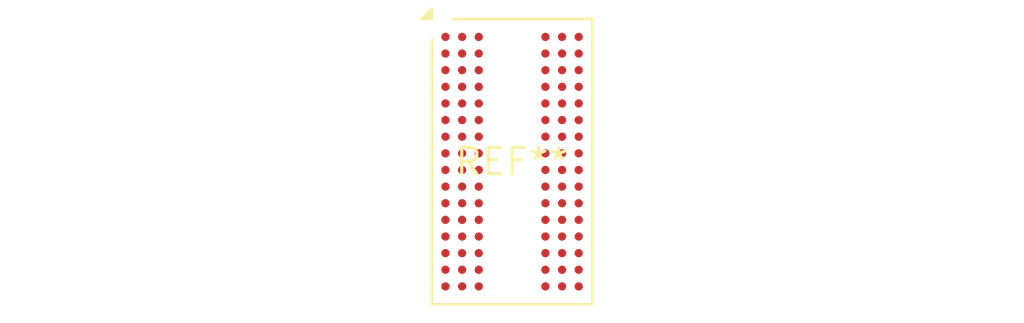
<source format=kicad_pcb>
(kicad_pcb (version 20240108) (generator pcbnew)
  (layers (0 "F.Cu" signal) (31 "B.Cu" signal) (34 "B.Paste" user) (35 "F.Paste" user) (36 "B.SilkS" user "B.Silkscreen") (37 "F.SilkS" user "F.Silkscreen") (38 "B.Mask" user) (39 "F.Mask" user) (44 "Edge.Cuts" user))
  (net 0 "")
  (footprint "Micron_FBGA-96_7.5x13.5mm_Layout9x16_P0.8mm" (layer "F.Cu") (at 0 0)
    (property "Reference" "REF**")
    (property "Value" "Micron_FBGA-96_7.5x13.5mm_Layout9x16_P0.8mm")
    (fp_line (start -3.86 6.86) (end -3.86 -5.86) (layer "F.SilkS") (stroke (width 0.12)))
    (fp_line (start -2.86 -6.86) (end 3.86 -6.86) (layer "F.SilkS") (stroke (width 0.12)))
    (fp_line (start 3.86 -6.86) (end 3.86 6.86) (layer "F.SilkS") (stroke (width 0.12)))
    (fp_line (start 3.86 6.86) (end -3.86 6.86) (layer "F.SilkS") (stroke (width 0.12)))
    (fp_poly (pts (xy -3.86 -6.86) (xy -4.36 -6.86) (xy -3.86 -7.36) (xy -3.86 -6.86)) (layer "F.SilkS") (stroke (width 0.12)) (fill solid))
    (pad "A1" smd circle (at -3.2 -6) (size 0.4 0.4) (property pad_prop_bga) (layers "F.Cu" "F.Paste" "F.Mask"))
    (pad "A2" smd circle (at -2.4 -6) (size 0.4 0.4) (property pad_prop_bga) (layers "F.Cu" "F.Paste" "F.Mask"))
    (pad "A3" smd circle (at -1.6 -6) (size 0.4 0.4) (property pad_prop_bga) (layers "F.Cu" "F.Paste" "F.Mask"))
    (pad "A7" smd circle (at 1.6 -6) (size 0.4 0.4) (property pad_prop_bga) (layers "F.Cu" "F.Paste" "F.Mask"))
    (pad "A8" smd circle (at 2.4 -6) (size 0.4 0.4) (property pad_prop_bga) (layers "F.Cu" "F.Paste" "F.Mask"))
    (pad "A9" smd circle (at 3.2 -6) (size 0.4 0.4) (property pad_prop_bga) (layers "F.Cu" "F.Paste" "F.Mask"))
    (pad "B1" smd circle (at -3.2 -5.2) (size 0.4 0.4) (property pad_prop_bga) (layers "F.Cu" "F.Paste" "F.Mask"))
    (pad "B2" smd circle (at -2.4 -5.2) (size 0.4 0.4) (property pad_prop_bga) (layers "F.Cu" "F.Paste" "F.Mask"))
    (pad "B3" smd circle (at -1.6 -5.2) (size 0.4 0.4) (property pad_prop_bga) (layers "F.Cu" "F.Paste" "F.Mask"))
    (pad "B7" smd circle (at 1.6 -5.2) (size 0.4 0.4) (property pad_prop_bga) (layers "F.Cu" "F.Paste" "F.Mask"))
    (pad "B8" smd circle (at 2.4 -5.2) (size 0.4 0.4) (property pad_prop_bga) (layers "F.Cu" "F.Paste" "F.Mask"))
    (pad "B9" smd circle (at 3.2 -5.2) (size 0.4 0.4) (property pad_prop_bga) (layers "F.Cu" "F.Paste" "F.Mask"))
    (pad "C1" smd circle (at -3.2 -4.4) (size 0.4 0.4) (property pad_prop_bga) (layers "F.Cu" "F.Paste" "F.Mask"))
    (pad "C2" smd circle (at -2.4 -4.4) (size 0.4 0.4) (property pad_prop_bga) (layers "F.Cu" "F.Paste" "F.Mask"))
    (pad "C3" smd circle (at -1.6 -4.4) (size 0.4 0.4) (property pad_prop_bga) (layers "F.Cu" "F.Paste" "F.Mask"))
    (pad "C7" smd circle (at 1.6 -4.4) (size 0.4 0.4) (property pad_prop_bga) (layers "F.Cu" "F.Paste" "F.Mask"))
    (pad "C8" smd circle (at 2.4 -4.4) (size 0.4 0.4) (property pad_prop_bga) (layers "F.Cu" "F.Paste" "F.Mask"))
    (pad "C9" smd circle (at 3.2 -4.4) (size 0.4 0.4) (property pad_prop_bga) (layers "F.Cu" "F.Paste" "F.Mask"))
    (pad "D1" smd circle (at -3.2 -3.6) (size 0.4 0.4) (property pad_prop_bga) (layers "F.Cu" "F.Paste" "F.Mask"))
    (pad "D2" smd circle (at -2.4 -3.6) (size 0.4 0.4) (property pad_prop_bga) (layers "F.Cu" "F.Paste" "F.Mask"))
    (pad "D3" smd circle (at -1.6 -3.6) (size 0.4 0.4) (property pad_prop_bga) (layers "F.Cu" "F.Paste" "F.Mask"))
    (pad "D7" smd circle (at 1.6 -3.6) (size 0.4 0.4) (property pad_prop_bga) (layers "F.Cu" "F.Paste" "F.Mask"))
    (pad "D8" smd circle (at 2.4 -3.6) (size 0.4 0.4) (property pad_prop_bga) (layers "F.Cu" "F.Paste" "F.Mask"))
    (pad "D9" smd circle (at 3.2 -3.6) (size 0.4 0.4) (property pad_prop_bga) (layers "F.Cu" "F.Paste" "F.Mask"))
    (pad "E1" smd circle (at -3.2 -2.8) (size 0.4 0.4) (property pad_prop_bga) (layers "F.Cu" "F.Paste" "F.Mask"))
    (pad "E2" smd circle (at -2.4 -2.8) (size 0.4 0.4) (property pad_prop_bga) (layers "F.Cu" "F.Paste" "F.Mask"))
    (pad "E3" smd circle (at -1.6 -2.8) (size 0.4 0.4) (property pad_prop_bga) (layers "F.Cu" "F.Paste" "F.Mask"))
    (pad "E7" smd circle (at 1.6 -2.8) (size 0.4 0.4) (property pad_prop_bga) (layers "F.Cu" "F.Paste" "F.Mask"))
    (pad "E8" smd circle (at 2.4 -2.8) (size 0.4 0.4) (property pad_prop_bga) (layers "F.Cu" "F.Paste" "F.Mask"))
    (pad "E9" smd circle (at 3.2 -2.8) (size 0.4 0.4) (property pad_prop_bga) (layers "F.Cu" "F.Paste" "F.Mask"))
    (pad "F1" smd circle (at -3.2 -2) (size 0.4 0.4) (property pad_prop_bga) (layers "F.Cu" "F.Paste" "F.Mask"))
    (pad "F2" smd circle (at -2.4 -2) (size 0.4 0.4) (property pad_prop_bga) (layers "F.Cu" "F.Paste" "F.Mask"))
    (pad "F3" smd circle (at -1.6 -2) (size 0.4 0.4) (property pad_prop_bga) (layers "F.Cu" "F.Paste" "F.Mask"))
    (pad "F7" smd circle (at 1.6 -2) (size 0.4 0.4) (property pad_prop_bga) (layers "F.Cu" "F.Paste" "F.Mask"))
    (pad "F8" smd circle (at 2.4 -2) (size 0.4 0.4) (property pad_prop_bga) (layers "F.Cu" "F.Paste" "F.Mask"))
    (pad "F9" smd circle (at 3.2 -2) (size 0.4 0.4) (property pad_prop_bga) (layers "F.Cu" "F.Paste" "F.Mask"))
    (pad "G1" smd circle (at -3.2 -1.2) (size 0.4 0.4) (property pad_prop_bga) (layers "F.Cu" "F.Paste" "F.Mask"))
    (pad "G2" smd circle (at -2.4 -1.2) (size 0.4 0.4) (property pad_prop_bga) (layers "F.Cu" "F.Paste" "F.Mask"))
    (pad "G3" smd circle (at -1.6 -1.2) (size 0.4 0.4) (property pad_prop_bga) (layers "F.Cu" "F.Paste" "F.Mask"))
    (pad "G7" smd circle (at 1.6 -1.2) (size 0.4 0.4) (property pad_prop_bga) (layers "F.Cu" "F.Paste" "F.Mask"))
    (pad "G8" smd circle (at 2.4 -1.2) (size 0.4 0.4) (property pad_prop_bga) (layers "F.Cu" "F.Paste" "F.Mask"))
    (pad "G9" smd circle (at 3.2 -1.2) (size 0.4 0.4) (property pad_prop_bga) (layers "F.Cu" "F.Paste" "F.Mask"))
    (pad "H1" smd circle (at -3.2 -0.4) (size 0.4 0.4) (property pad_prop_bga) (layers "F.Cu" "F.Paste" "F.Mask"))
    (pad "H2" smd circle (at -2.4 -0.4) (size 0.4 0.4) (property pad_prop_bga) (layers "F.Cu" "F.Paste" "F.Mask"))
    (pad "H3" smd circle (at -1.6 -0.4) (size 0.4 0.4) (property pad_prop_bga) (layers "F.Cu" "F.Paste" "F.Mask"))
    (pad "H7" smd circle (at 1.6 -0.4) (size 0.4 0.4) (property pad_prop_bga) (layers "F.Cu" "F.Paste" "F.Mask"))
    (pad "H8" smd circle (at 2.4 -0.4) (size 0.4 0.4) (property pad_prop_bga) (layers "F.Cu" "F.Paste" "F.Mask"))
    (pad "H9" smd circle (at 3.2 -0.4) (size 0.4 0.4) (property pad_prop_bga) (layers "F.Cu" "F.Paste" "F.Mask"))
    (pad "J1" smd circle (at -3.2 0.4) (size 0.4 0.4) (property pad_prop_bga) (layers "F.Cu" "F.Paste" "F.Mask"))
    (pad "J2" smd circle (at -2.4 0.4) (size 0.4 0.4) (property pad_prop_bga) (layers "F.Cu" "F.Paste" "F.Mask"))
    (pad "J3" smd circle (at -1.6 0.4) (size 0.4 0.4) (property pad_prop_bga) (layers "F.Cu" "F.Paste" "F.Mask"))
    (pad "J7" smd circle (at 1.6 0.4) (size 0.4 0.4) (property pad_prop_bga) (layers "F.Cu" "F.Paste" "F.Mask"))
    (pad "J8" smd circle (at 2.4 0.4) (size 0.4 0.4) (property pad_prop_bga) (layers "F.Cu" "F.Paste" "F.Mask"))
    (pad "J9" smd circle (at 3.2 0.4) (size 0.4 0.4) (property pad_prop_bga) (layers "F.Cu" "F.Paste" "F.Mask"))
    (pad "K1" smd circle (at -3.2 1.2) (size 0.4 0.4) (property pad_prop_bga) (layers "F.Cu" "F.Paste" "F.Mask"))
    (pad "K2" smd circle (at -2.4 1.2) (size 0.4 0.4) (property pad_prop_bga) (layers "F.Cu" "F.Paste" "F.Mask"))
    (pad "K3" smd circle (at -1.6 1.2) (size 0.4 0.4) (property pad_prop_bga) (layers "F.Cu" "F.Paste" "F.Mask"))
    (pad "K7" smd circle (at 1.6 1.2) (size 0.4 0.4) (property pad_prop_bga) (layers "F.Cu" "F.Paste" "F.Mask"))
    (pad "K8" smd circle (at 2.4 1.2) (size 0.4 0.4) (property pad_prop_bga) (layers "F.Cu" "F.Paste" "F.Mask"))
    (pad "K9" smd circle (at 3.2 1.2) (size 0.4 0.4) (property pad_prop_bga) (layers "F.Cu" "F.Paste" "F.Mask"))
    (pad "L1" smd circle (at -3.2 2) (size 0.4 0.4) (property pad_prop_bga) (layers "F.Cu" "F.Paste" "F.Mask"))
    (pad "L2" smd circle (at -2.4 2) (size 0.4 0.4) (property pad_prop_bga) (layers "F.Cu" "F.Paste" "F.Mask"))
    (pad "L3" smd circle (at -1.6 2) (size 0.4 0.4) (property pad_prop_bga) (layers "F.Cu" "F.Paste" "F.Mask"))
    (pad "L7" smd circle (at 1.6 2) (size 0.4 0.4) (property pad_prop_bga) (layers "F.Cu" "F.Paste" "F.Mask"))
    (pad "L8" smd circle (at 2.4 2) (size 0.4 0.4) (property pad_prop_bga) (layers "F.Cu" "F.Paste" "F.Mask"))
    (pad "L9" smd circle (at 3.2 2) (size 0.4 0.4) (property pad_prop_bga) (layers "F.Cu" "F.Paste" "F.Mask"))
    (pad "M1" smd circle (at -3.2 2.8) (size 0.4 0.4) (property pad_prop_bga) (layers "F.Cu" "F.Paste" "F.Mask"))
    (pad "M2" smd circle (at -2.4 2.8) (size 0.4 0.4) (property pad_prop_bga) (layers "F.Cu" "F.Paste" "F.Mask"))
    (pad "M3" smd circle (at -1.6 2.8) (size 0.4 0.4) (property pad_prop_bga) (layers "F.Cu" "F.Paste" "F.Mask"))
    (pad "M7" smd circle (at 1.6 2.8) (size 0.4 0.4) (property pad_prop_bga) (layers "F.Cu" "F.Paste" "F.Mask"))
    (pad "M8" smd circle (at 2.4 2.8) (size 0.4 0.4) (property pad_prop_bga) (layers "F.Cu" "F.Paste" "F.Mask"))
    (pad "M9" smd circle (at 3.2 2.8) (size 0.4 0.4) (property pad_prop_bga) (layers "F.Cu" "F.Paste" "F.Mask"))
    (pad "N1" smd circle (at -3.2 3.6) (size 0.4 0.4) (property pad_prop_bga) (layers "F.Cu" "F.Paste" "F.Mask"))
    (pad "N2" smd circle (at -2.4 3.6) (size 0.4 0.4) (property pad_prop_bga) (layers "F.Cu" "F.Paste" "F.Mask"))
    (pad "N3" smd circle (at -1.6 3.6) (size 0.4 0.4) (property pad_prop_bga) (layers "F.Cu" "F.Paste" "F.Mask"))
    (pad "N7" smd circle (at 1.6 3.6) (size 0.4 0.4) (property pad_prop_bga) (layers "F.Cu" "F.Paste" "F.Mask"))
    (pad "N8" smd circle (at 2.4 3.6) (size 0.4 0.4) (property pad_prop_bga) (layers "F.Cu" "F.Paste" "F.Mask"))
    (pad "N9" smd circle (at 3.2 3.6) (size 0.4 0.4) (property pad_prop_bga) (layers "F.Cu" "F.Paste" "F.Mask"))
    (pad "P1" smd circle (at -3.2 4.4) (size 0.4 0.4) (property pad_prop_bga) (layers "F.Cu" "F.Paste" "F.Mask"))
    (pad "P2" smd circle (at -2.4 4.4) (size 0.4 0.4) (property pad_prop_bga) (layers "F.Cu" "F.Paste" "F.Mask"))
    (pad "P3" smd circle (at -1.6 4.4) (size 0.4 0.4) (property pad_prop_bga) (layers "F.Cu" "F.Paste" "F.Mask"))
    (pad "P7" smd circle (at 1.6 4.4) (size 0.4 0.4) (property pad_prop_bga) (layers "F.Cu" "F.Paste" "F.Mask"))
    (pad "P8" smd circle (at 2.4 4.4) (size 0.4 0.4) (property pad_prop_bga) (layers "F.Cu" "F.Paste" "F.Mask"))
    (pad "P9" smd circle (at 3.2 4.4) (size 0.4 0.4) (property pad_prop_bga) (layers "F.Cu" "F.Paste" "F.Mask"))
    (pad "R1" smd circle (at -3.2 5.2) (size 0.4 0.4) (property pad_prop_bga) (layers "F.Cu" "F.Paste" "F.Mask"))
    (pad "R2" smd circle (at -2.4 5.2) (size 0.4 0.4) (property pad_prop_bga) (layers "F.Cu" "F.Paste" "F.Mask"))
    (pad "R3" smd circle (at -1.6 5.2) (size 0.4 0.4) (property pad_prop_bga) (layers "F.Cu" "F.Paste" "F.Mask"))
    (pad "R7" smd circle (at 1.6 5.2) (size 0.4 0.4) (property pad_prop_bga) (layers "F.Cu" "F.Paste" "F.Mask"))
    (pad "R8" smd circle (at 2.4 5.2) (size 0.4 0.4) (property pad_prop_bga) (layers "F.Cu" "F.Paste" "F.Mask"))
    (pad "R9" smd circle (at 3.2 5.2) (size 0.4 0.4) (property pad_prop_bga) (layers "F.Cu" "F.Paste" "F.Mask"))
    (pad "T1" smd circle (at -3.2 6) (size 0.4 0.4) (property pad_prop_bga) (layers "F.Cu" "F.Paste" "F.Mask"))
    (pad "T2" smd circle (at -2.4 6) (size 0.4 0.4) (property pad_prop_bga) (layers "F.Cu" "F.Paste" "F.Mask"))
    (pad "T3" smd circle (at -1.6 6) (size 0.4 0.4) (property pad_prop_bga) (layers "F.Cu" "F.Paste" "F.Mask"))
    (pad "T7" smd circle (at 1.6 6) (size 0.4 0.4) (property pad_prop_bga) (layers "F.Cu" "F.Paste" "F.Mask"))
    (pad "T8" smd circle (at 2.4 6) (size 0.4 0.4) (property pad_prop_bga) (layers "F.Cu" "F.Paste" "F.Mask"))
    (pad "T9" smd circle (at 3.2 6) (size 0.4 0.4) (property pad_prop_bga) (layers "F.Cu" "F.Paste" "F.Mask"))
  )
)
</source>
